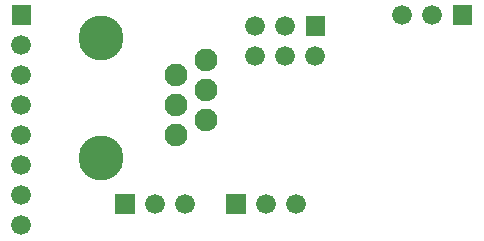
<source format=gbr>
G04 start of page 7 for group -4062 idx -4062 *
G04 Title: (unknown), soldermask *
G04 Creator: pcb 20110918 *
G04 CreationDate: Sun 25 Aug 2013 09:43:08 PM GMT UTC *
G04 For: ndholmes *
G04 Format: Gerber/RS-274X *
G04 PCB-Dimensions: 180000 82000 *
G04 PCB-Coordinate-Origin: lower left *
%MOIN*%
%FSLAX25Y25*%
%LNBOTTOMMASK*%
%ADD52C,0.1500*%
%ADD51C,0.0660*%
%ADD50C,0.0001*%
%ADD49C,0.0760*%
G54D49*X68000Y61000D03*
X58000Y56000D03*
Y46000D03*
Y36000D03*
X68000Y51000D03*
Y41000D03*
G54D50*G36*
X101200Y75800D02*Y69200D01*
X107800D01*
Y75800D01*
X101200D01*
G37*
G54D51*X94500Y72500D03*
X84500D03*
X104500Y62500D03*
X94500D03*
X84500D03*
G54D50*G36*
X150200Y79300D02*Y72700D01*
X156800D01*
Y79300D01*
X150200D01*
G37*
G54D51*X143500Y76000D03*
X133500D03*
X6500Y46000D03*
Y36000D03*
Y26000D03*
Y16000D03*
G54D52*X33000Y28500D03*
G54D50*G36*
X3200Y79300D02*Y72700D01*
X9800D01*
Y79300D01*
X3200D01*
G37*
G54D51*X6500Y66000D03*
Y56000D03*
G54D52*X33000Y68500D03*
G54D51*X6500Y6000D03*
G54D50*G36*
X37700Y16300D02*Y9700D01*
X44300D01*
Y16300D01*
X37700D01*
G37*
G54D51*X51000Y13000D03*
X61000D03*
G54D50*G36*
X74700Y16300D02*Y9700D01*
X81300D01*
Y16300D01*
X74700D01*
G37*
G54D51*X88000Y13000D03*
X98000D03*
M02*

</source>
